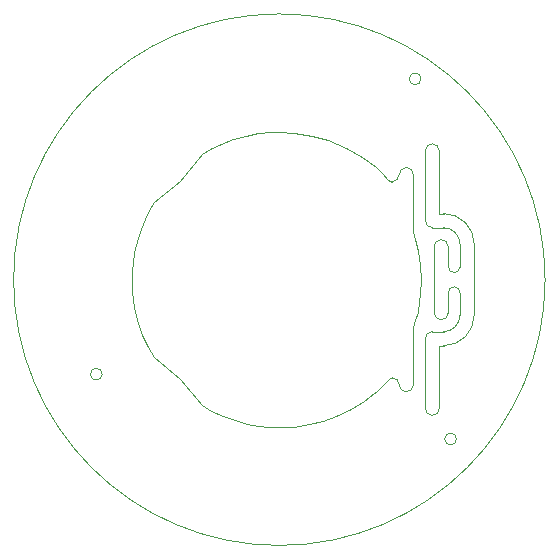
<source format=gm1>
G04 #@! TF.FileFunction,Profile,NP*
%FSLAX46Y46*%
G04 Gerber Fmt 4.6, Leading zero omitted, Abs format (unit mm)*
G04 Created by KiCad (PCBNEW 4.0.1-stable) date 2016 January 15, Friday 23:21:34*
%MOMM*%
G01*
G04 APERTURE LIST*
%ADD10C,0.020000*%
%ADD11C,0.050000*%
G04 APERTURE END LIST*
D10*
D11*
X34500000Y-5750000D02*
G75*
G03X34500000Y-5750000I-500000J0D01*
G01*
X37500000Y-36250000D02*
G75*
G03X37500000Y-36250000I-500000J0D01*
G01*
X7500000Y-30750000D02*
G75*
G03X7500000Y-30750000I-500000J0D01*
G01*
X36050000Y-28350000D02*
X36050000Y-33650000D01*
X34850000Y-33650000D02*
X34850000Y-27750000D01*
X36050000Y-17150000D02*
X36050000Y-11850000D01*
X34850000Y-11850000D02*
X34850000Y-17750000D01*
X31150000Y-13700000D02*
X30650000Y-13250000D01*
X31700000Y-14300000D02*
X31150000Y-13700000D01*
X31850000Y-14400000D02*
X31700000Y-14300000D01*
X32000000Y-14450000D02*
X31850000Y-14400000D01*
X32050000Y-14450000D02*
X32000000Y-14450000D01*
X31600000Y-31350000D02*
X30650000Y-32250000D01*
X31850000Y-31100000D02*
X31600000Y-31350000D01*
X32000000Y-31050000D02*
X31850000Y-31100000D01*
X32050000Y-31050000D02*
X32000000Y-31050000D01*
X32650000Y-31650000D02*
G75*
G03X32050000Y-31050000I-600000J0D01*
G01*
X32650000Y-31650000D02*
G75*
G03X33250000Y-32250000I600000J0D01*
G01*
X32050000Y-14450000D02*
G75*
G03X32650000Y-13850000I0J600000D01*
G01*
X33250000Y-13250000D02*
G75*
G03X32650000Y-13850000I0J-600000D01*
G01*
X30500000Y-32350000D02*
X30650000Y-32250000D01*
X33850000Y-26750000D02*
X33850000Y-31650000D01*
X33850000Y-13850000D02*
X33850000Y-18750000D01*
X33850000Y-13850000D02*
G75*
G03X33250000Y-13250000I-600000J0D01*
G01*
X33250000Y-32250000D02*
G75*
G03X33850000Y-31650000I0J600000D01*
G01*
X36800000Y-23850000D02*
X36800000Y-25550000D01*
X37800000Y-25750000D02*
X37800000Y-23850000D01*
X37800000Y-19750000D02*
X37800000Y-21650000D01*
X36800000Y-21650000D02*
X36800000Y-19950000D01*
X37800000Y-23850000D02*
G75*
G03X37300000Y-23350000I-500000J0D01*
G01*
X37300000Y-23350000D02*
G75*
G03X36800000Y-23850000I0J-500000D01*
G01*
X37300000Y-22150000D02*
G75*
G03X37800000Y-21650000I0J500000D01*
G01*
X36800000Y-21650000D02*
G75*
G03X37300000Y-22150000I500000J0D01*
G01*
X35600000Y-19950000D02*
X35600000Y-25550000D01*
X36050000Y-28350000D02*
X36400000Y-28350000D01*
X35450000Y-27150000D02*
X36400000Y-27150000D01*
X35450000Y-18350000D02*
X36400000Y-18350000D01*
X36050000Y-17150000D02*
X36400000Y-17150000D01*
X39000000Y-19750000D02*
X39000000Y-25750000D01*
X39000000Y-19750000D02*
G75*
G03X36400000Y-17150000I-2600000J0D01*
G01*
X36400000Y-28350000D02*
G75*
G03X39000000Y-25750000I0J2600000D01*
G01*
X36400000Y-27150000D02*
G75*
G03X37800000Y-25750000I0J1400000D01*
G01*
X37800000Y-19750000D02*
G75*
G03X36400000Y-18350000I-1400000J0D01*
G01*
X35450000Y-34250000D02*
G75*
G03X36050000Y-33650000I0J600000D01*
G01*
X34850000Y-33650000D02*
G75*
G03X35450000Y-34250000I600000J0D01*
G01*
X35450000Y-27150000D02*
G75*
G03X34850000Y-27750000I0J-600000D01*
G01*
X36050000Y-11850000D02*
G75*
G03X35450000Y-11250000I-600000J0D01*
G01*
X35450000Y-11250000D02*
G75*
G03X34850000Y-11850000I0J-600000D01*
G01*
X34850000Y-17750000D02*
G75*
G03X35450000Y-18350000I600000J0D01*
G01*
X36200000Y-26150000D02*
G75*
G03X36800000Y-25550000I0J600000D01*
G01*
X35600000Y-25550000D02*
G75*
G03X36200000Y-26150000I600000J0D01*
G01*
X36800000Y-19950000D02*
G75*
G03X36200000Y-19350000I-600000J0D01*
G01*
X36200000Y-19350000D02*
G75*
G03X35600000Y-19950000I0J-600000D01*
G01*
X14125000Y-14375000D02*
X15950000Y-12100000D01*
X11850000Y-16200000D02*
X14125000Y-14375000D01*
X14125000Y-31125000D02*
X11850000Y-29300000D01*
X15950000Y-33400000D02*
X14125000Y-31125000D01*
X10025000Y-21950000D02*
X10000000Y-22750000D01*
X10075000Y-21375000D02*
X10025000Y-21950000D01*
X10225000Y-20375000D02*
X10075000Y-21375000D01*
X10500000Y-19250000D02*
X10225000Y-20375000D01*
X10750000Y-18475000D02*
X10500000Y-19250000D01*
X11100000Y-17600000D02*
X10750000Y-18475000D01*
X11475000Y-16850000D02*
X11100000Y-17600000D01*
X11850000Y-16200000D02*
X11475000Y-16850000D01*
X16650000Y-11700000D02*
X15950000Y-12100000D01*
X17525000Y-11275000D02*
X16650000Y-11700000D01*
X18575000Y-10875000D02*
X17525000Y-11275000D01*
X19650000Y-10575000D02*
X18575000Y-10875000D01*
X20725000Y-10375000D02*
X19650000Y-10575000D01*
X21725000Y-10275000D02*
X20725000Y-10375000D01*
X22500000Y-10250000D02*
X21725000Y-10275000D01*
X10025000Y-23575000D02*
X10000000Y-22750000D01*
X10125000Y-24525000D02*
X10025000Y-23575000D01*
X10300000Y-25475000D02*
X10125000Y-24525000D01*
X10550000Y-26425000D02*
X10300000Y-25475000D01*
X10900000Y-27425000D02*
X10550000Y-26425000D01*
X11375000Y-28450000D02*
X10900000Y-27425000D01*
X11850000Y-29300000D02*
X11375000Y-28450000D01*
X16725000Y-33850000D02*
X15950000Y-33400000D01*
X17725000Y-34300000D02*
X16725000Y-33850000D01*
X18725000Y-34675000D02*
X17725000Y-34300000D01*
X19775000Y-34950000D02*
X18725000Y-34675000D01*
X20725000Y-35125000D02*
X19775000Y-34950000D01*
X21650000Y-35225000D02*
X20725000Y-35125000D01*
X22500000Y-35250000D02*
X21650000Y-35225000D01*
X33850000Y-26750000D02*
X34000000Y-26200000D01*
X33850000Y-18750000D02*
X34000000Y-19300000D01*
X34200000Y-25450000D02*
X34000000Y-26200000D01*
X34350000Y-24650000D02*
X34200000Y-25450000D01*
X34450000Y-23850000D02*
X34350000Y-24650000D01*
X34500000Y-22750000D02*
X34450000Y-23850000D01*
X34250000Y-20300000D02*
X34000000Y-19300000D01*
X34450000Y-21550000D02*
X34250000Y-20300000D01*
X34500000Y-22750000D02*
X34450000Y-21550000D01*
X29650000Y-33000000D02*
X30500000Y-32350000D01*
X28550000Y-33700000D02*
X29650000Y-33000000D01*
X27300000Y-34300000D02*
X28550000Y-33700000D01*
X26200000Y-34700000D02*
X27300000Y-34300000D01*
X25000000Y-35000000D02*
X26200000Y-34700000D01*
X23700000Y-35200000D02*
X25000000Y-35000000D01*
X22500000Y-35250000D02*
X23700000Y-35200000D01*
X29500000Y-12400000D02*
X30650000Y-13250000D01*
X28150000Y-11600000D02*
X29500000Y-12400000D01*
X26650000Y-10950000D02*
X28150000Y-11600000D01*
X25250000Y-10550000D02*
X26650000Y-10950000D01*
X23700000Y-10300000D02*
X25250000Y-10550000D01*
X22500000Y-10250000D02*
X23700000Y-10300000D01*
X45000000Y-22750000D02*
G75*
G03X45000000Y-22750000I-22500000J0D01*
G01*
M02*

</source>
